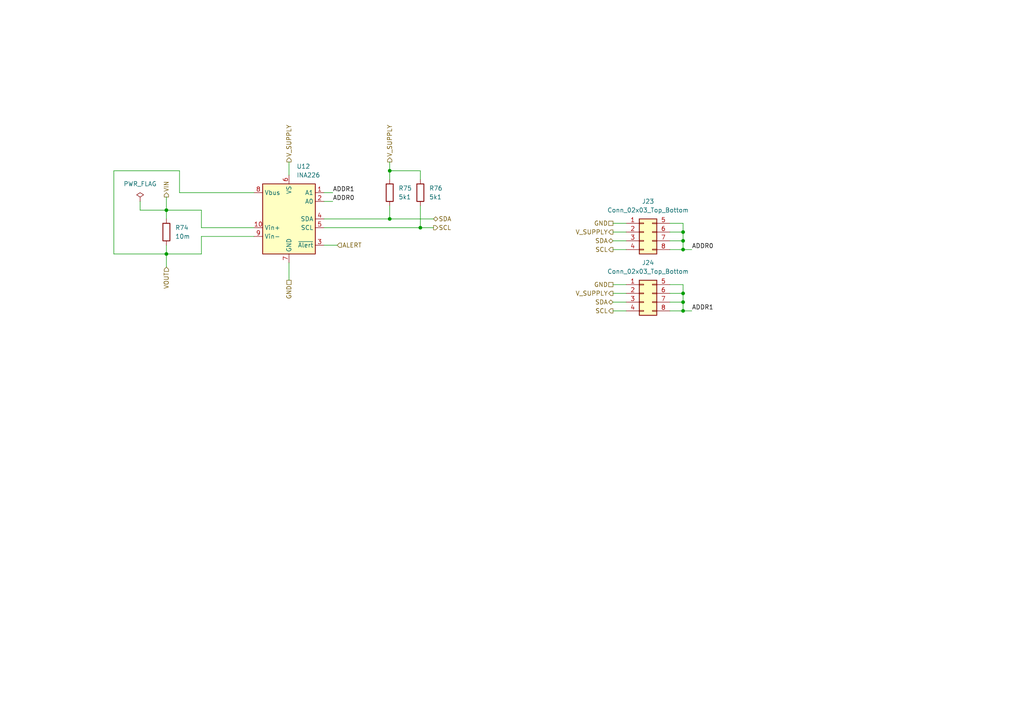
<source format=kicad_sch>
(kicad_sch (version 20231120) (generator "eeschema") (generator_version "8.0")
  (paper "A4")
  (lib_symbols
    (symbol "Connector_Generic:Conn_02x04_Top_Bottom" (pin_names (offset 1.016) hide)
      (property "Reference" "J" (at 1.27 5.08 0))
      (property "Value" "Conn_02x04_Top_Bottom" (at 1.27 -7.62 0))
      (symbol "Conn_02x04_Top_Bottom_1_1"
        (rectangle (start -1.27 -4.953) (end 0 -5.207) (stroke (width 0.1524)))
        (rectangle (start -1.27 -2.413) (end 0 -2.667) (stroke (width 0.1524)))
        (rectangle (start -1.27 0.127) (end 0 -0.127) (stroke (width 0.1524)))
        (rectangle (start -1.27 2.667) (end 0 2.413) (stroke (width 0.1524)))
        (rectangle (start -1.27 3.81) (end 3.81 -6.35) (stroke (width 0.254)) (fill (type background)))
        (rectangle (start 3.81 -4.953) (end 2.54 -5.207) (stroke (width 0.1524)))
        (rectangle (start 3.81 -2.413) (end 2.54 -2.667) (stroke (width 0.1524)))
        (rectangle (start 3.81 0.127) (end 2.54 -0.127) (stroke (width 0.1524)))
        (rectangle (start 3.81 2.667) (end 2.54 2.413) (stroke (width 0.1524)))
        (pin passive line (at -5.08 2.54 0) (length 3.81) (name "Pin_1") (number "1"))
        (pin passive line (at -5.08 0 0) (length 3.81) (name "Pin_2") (number "2"))
        (pin passive line (at -5.08 -2.54 0) (length 3.81) (name "Pin_3") (number "3"))
        (pin passive line (at -5.08 -5.08 0) (length 3.81) (name "Pin_4") (number "4"))
        (pin passive line (at 7.62 2.54 180) (length 3.81) (name "Pin_5") (number "5"))
        (pin passive line (at 7.62 0 180) (length 3.81) (name "Pin_6") (number "6"))
        (pin passive line (at 7.62 -2.54 180) (length 3.81) (name "Pin_7") (number "7"))
        (pin passive line (at 7.62 -5.08 180) (length 3.81) (name "Pin_8") (number "8"))
      )
    )
    (symbol "Device:R" (pin_numbers hide) (pin_names (offset 0))
      (property "Reference" "R" (at 2.032 0 90))
      (property "Value" "R" (at 0 0 90))
      (symbol "R_0_1"
        (rectangle (start -1.016 -2.54) (end 1.016 2.54) (stroke (width 0.254)))
      )
      (symbol "R_1_1"
        (pin passive line (at 0 3.81 270) (length 1.27) (name "~") (number "1"))
        (pin passive line (at 0 -3.81 90) (length 1.27) (name "~") (number "2"))
      )
    )
    (symbol "Sensor_Energy:INA226"
      (property "Reference" "U" (at -6.35 11.43 0))
      (property "Value" "INA226" (at 3.81 11.43 0))
      (symbol "INA226_0_1"
        (rectangle (start 7.62 10.16) (end -7.62 -10.16) (stroke (width 0.254)) (fill (type background)))
      )
      (symbol "INA226_1_1"
        (pin input line (at 10.16 7.62 180) (length 2.54) (name "A1") (number "1"))
        (pin input line (at -10.16 -2.54 0) (length 2.54) (name "Vin+") (number "10"))
        (pin input line (at 10.16 5.08 180) (length 2.54) (name "A0") (number "2"))
        (pin open_collector line (at 10.16 -7.62 180) (length 2.54) (name "~{Alert}") (number "3"))
        (pin bidirectional line (at 10.16 0 180) (length 2.54) (name "SDA") (number "4"))
        (pin input line (at 10.16 -2.54 180) (length 2.54) (name "SCL") (number "5"))
        (pin power_in line (at 0 12.7 270) (length 2.54) (name "VS") (number "6"))
        (pin power_in line (at 0 -12.7 90) (length 2.54) (name "GND") (number "7"))
        (pin input line (at -10.16 7.62 0) (length 2.54) (name "Vbus") (number "8"))
        (pin input line (at -10.16 -5.08 0) (length 2.54) (name "Vin-") (number "9"))
      )
    )
    (symbol "power:PWR_FLAG" (power) (pin_numbers hide) (pin_names (offset 0) hide)
      (property "Value" "PWR_FLAG" (at 0 3.81 0))
      (symbol "PWR_FLAG_0_0"
        (pin power_out line (at 0 0 90) (length 0) (name "~") (number "1"))
      )
      (symbol "PWR_FLAG_0_1"
        (polyline (pts (xy 0 0) (xy 0 1.27) (xy -1.016 1.905) (xy 0 2.54) (xy 1.016 1.905) (xy 0 1.27)))
      )
    )
  )
  (junction (at 113.03 49.53))
  (junction (at 121.92 66.04))
  (junction (at 198.12 87.63))
  (junction (at 48.26 73.66))
  (junction (at 198.12 72.39))
  (junction (at 198.12 69.85))
  (junction (at 48.26 60.96))
  (junction (at 113.03 63.5))
  (junction (at 198.12 90.17))
  (junction (at 198.12 67.31))
  (junction (at 198.12 85.09))
  (wire (pts (xy 58.42 73.66) (xy 58.42 68.58)))
  (wire (pts (xy 198.12 90.17) (xy 200.66 90.17)))
  (wire (pts (xy 48.26 73.66) (xy 48.26 71.12)))
  (wire (pts (xy 33.02 49.53) (xy 33.02 73.66)))
  (wire (pts (xy 93.98 63.5) (xy 113.03 63.5)))
  (wire (pts (xy 194.31 85.09) (xy 198.12 85.09)))
  (wire (pts (xy 83.82 76.2) (xy 83.82 81.28)))
  (wire (pts (xy 177.8 82.55) (xy 181.61 82.55)))
  (wire (pts (xy 198.12 87.63) (xy 198.12 90.17)))
  (wire (pts (xy 194.31 72.39) (xy 198.12 72.39)))
  (wire (pts (xy 121.92 66.04) (xy 125.73 66.04)))
  (wire (pts (xy 96.52 58.42) (xy 93.98 58.42)))
  (wire (pts (xy 48.26 60.96) (xy 58.42 60.96)))
  (wire (pts (xy 52.07 49.53) (xy 52.07 55.88)))
  (wire (pts (xy 121.92 52.07) (xy 121.92 49.53)))
  (wire (pts (xy 177.8 87.63) (xy 181.61 87.63)))
  (wire (pts (xy 58.42 66.04) (xy 58.42 60.96)))
  (wire (pts (xy 194.31 67.31) (xy 198.12 67.31)))
  (wire (pts (xy 40.64 58.42) (xy 40.64 60.96)))
  (wire (pts (xy 121.92 49.53) (xy 113.03 49.53)))
  (wire (pts (xy 194.31 90.17) (xy 198.12 90.17)))
  (wire (pts (xy 198.12 82.55) (xy 198.12 85.09)))
  (wire (pts (xy 198.12 85.09) (xy 198.12 87.63)))
  (wire (pts (xy 113.03 46.99) (xy 113.03 49.53)))
  (wire (pts (xy 177.8 90.17) (xy 181.61 90.17)))
  (wire (pts (xy 48.26 73.66) (xy 48.26 77.47)))
  (wire (pts (xy 177.8 64.77) (xy 181.61 64.77)))
  (wire (pts (xy 113.03 63.5) (xy 125.73 63.5)))
  (wire (pts (xy 177.8 72.39) (xy 181.61 72.39)))
  (wire (pts (xy 93.98 71.12) (xy 97.79 71.12)))
  (wire (pts (xy 194.31 82.55) (xy 198.12 82.55)))
  (wire (pts (xy 83.82 46.99) (xy 83.82 50.8)))
  (wire (pts (xy 177.8 85.09) (xy 181.61 85.09)))
  (wire (pts (xy 93.98 66.04) (xy 121.92 66.04)))
  (wire (pts (xy 48.26 57.15) (xy 48.26 60.96)))
  (wire (pts (xy 198.12 69.85) (xy 198.12 72.39)))
  (wire (pts (xy 194.31 69.85) (xy 198.12 69.85)))
  (wire (pts (xy 113.03 59.69) (xy 113.03 63.5)))
  (wire (pts (xy 198.12 64.77) (xy 198.12 67.31)))
  (wire (pts (xy 198.12 72.39) (xy 200.66 72.39)))
  (wire (pts (xy 113.03 49.53) (xy 113.03 52.07)))
  (wire (pts (xy 96.52 55.88) (xy 93.98 55.88)))
  (wire (pts (xy 48.26 60.96) (xy 48.26 63.5)))
  (wire (pts (xy 73.66 66.04) (xy 58.42 66.04)))
  (wire (pts (xy 177.8 67.31) (xy 181.61 67.31)))
  (wire (pts (xy 121.92 59.69) (xy 121.92 66.04)))
  (wire (pts (xy 40.64 60.96) (xy 48.26 60.96)))
  (wire (pts (xy 33.02 73.66) (xy 48.26 73.66)))
  (wire (pts (xy 48.26 73.66) (xy 58.42 73.66)))
  (wire (pts (xy 52.07 49.53) (xy 33.02 49.53)))
  (wire (pts (xy 198.12 67.31) (xy 198.12 69.85)))
  (wire (pts (xy 73.66 55.88) (xy 52.07 55.88)))
  (wire (pts (xy 194.31 64.77) (xy 198.12 64.77)))
  (wire (pts (xy 177.8 69.85) (xy 181.61 69.85)))
  (wire (pts (xy 194.31 87.63) (xy 198.12 87.63)))
  (wire (pts (xy 58.42 68.58) (xy 73.66 68.58)))
  (label "ADDR1" (at 96.52 55.88 0))
  (label "ADDR1" (at 200.66 90.17 0))
  (label "ADDR0" (at 96.52 58.42 0))
  (label "ADDR0" (at 200.66 72.39 0))
  (hierarchical_label "V_SUPPLY" (shape output) (at 113.03 46.99 90))
  (hierarchical_label "GND" (shape passive) (at 177.8 64.77 180))
  (hierarchical_label "SCL" (shape output) (at 177.8 90.17 180))
  (hierarchical_label "SDA" (shape bidirectional) (at 125.73 63.5 0))
  (hierarchical_label "GND" (shape passive) (at 83.82 81.28 270))
  (hierarchical_label "VIN" (shape output) (at 48.26 57.15 90))
  (hierarchical_label "SCL" (shape output) (at 125.73 66.04 0))
  (hierarchical_label "V_SUPPLY" (shape output) (at 177.8 85.09 180))
  (hierarchical_label "GND" (shape passive) (at 177.8 82.55 180))
  (hierarchical_label "ALERT" (shape input) (at 97.79 71.12 0))
  (hierarchical_label "VOUT" (shape input) (at 48.26 77.47 270))
  (hierarchical_label "SCL" (shape output) (at 177.8 72.39 180))
  (hierarchical_label "SDA" (shape bidirectional) (at 177.8 69.85 180))
  (hierarchical_label "SDA" (shape bidirectional) (at 177.8 87.63 180))
  (hierarchical_label "V_SUPPLY" (shape output) (at 177.8 67.31 180))
  (hierarchical_label "V_SUPPLY" (shape output) (at 83.82 46.99 90))
  (symbol (lib_id "Connector_Generic:Conn_02x04_Top_Bottom") (at 186.69 85.09 0) (unit 1)
    (property "Reference" "J8" (at 187.96 76.2 0))
    (property "Value" "Conn_02x03_Top_Bottom" (at 187.96 78.74 0))
    (property "Description" "Generic connector, double row, 02x04, top/bottom pin numbering scheme (row 1: 1...pins_per_row, row2: pins_per_row+1 ... num_pins), script generated (kicad-library-utils/schlib/autogen/connector/)" (effects (hide yes)))
    (instances (project "usb-lab-bench-psu" (path "" (reference "J24") (unit 1))))
  )
  (symbol (lib_id "Connector_Generic:Conn_02x04_Top_Bottom") (at 186.69 67.31 0) (unit 1)
    (property "Reference" "J23" (at 187.96 58.42 0))
    (property "Value" "Conn_02x03_Top_Bottom" (at 187.96 60.96 0))
    (property "Description" "Generic connector, double row, 02x04, top/bottom pin numbering scheme (row 1: 1...pins_per_row, row2: pins_per_row+1 ... num_pins), script generated (kicad-library-utils/schlib/autogen/connector/)" (effects (hide yes)))
  )
  (symbol (lib_id "power:PWR_FLAG") (at 40.64 58.42 0) (unit 1)
    (property "Reference" "#FLG012" (effects (hide yes)))
    (property "Value" "PWR_FLAG" (at 40.64 53.34 0))
    (property "Description" "Special symbol for telling ERC where power comes from" (effects (hide yes)))
    (instances (project "usb-lab-bench-psu" (path "" (reference "#FLG016") (unit 1))))
  )
  (symbol (lib_id "Device:R") (at 48.26 67.31 0) (unit 1)
    (property "Reference" "R74" (at 50.8 66.0399 0) (effects (justify left)))
    (property "Value" "10m" (at 50.8 68.5799 0) (effects (justify left)))
    (property "Description" "Resistor" (effects (hide yes)))
  )
  (symbol (lib_id "Device:R") (at 121.92 55.88 0) (unit 1)
    (property "Reference" "R33" (at 124.46 54.6099 0) (effects (justify left)))
    (property "Value" "5k1" (at 124.46 57.1499 0) (effects (justify left)))
    (property "Description" "Resistor" (effects (hide yes)))
    (instances (project "usb-lab-bench-psu" (path "" (reference "R76") (unit 1))))
  )
  (symbol (lib_id "Device:R") (at 113.03 55.88 0) (unit 1)
    (property "Reference" "R75" (at 115.57 54.6099 0) (effects (justify left)))
    (property "Value" "5k1" (at 115.57 57.1499 0) (effects (justify left)))
    (property "Description" "Resistor" (effects (hide yes)))
  )
  (symbol (lib_id "Sensor_Energy:INA226") (at 83.82 63.5 0) (unit 1)
    (property "Reference" "U12" (at 86.0141 48.26 0) (effects (justify left)))
    (property "Value" "INA226" (at 86.0141 50.8 0) (effects (justify left)))
    (property "Footprint" "Package_SO:VSSOP-10_3x3mm_P0.5mm" (effects (hide yes)))
    (property "Datasheet" "http://www.ti.com/lit/ds/symlink/ina226.pdf" (effects (hide yes)))
    (property "Description" "High-Side or Low-Side Measurement, Bi-Directional Current and Power Monitor (0-36V) with I2C Compatible Interface, VSSOP-10" (effects (hide yes)))
  )
)
</source>
